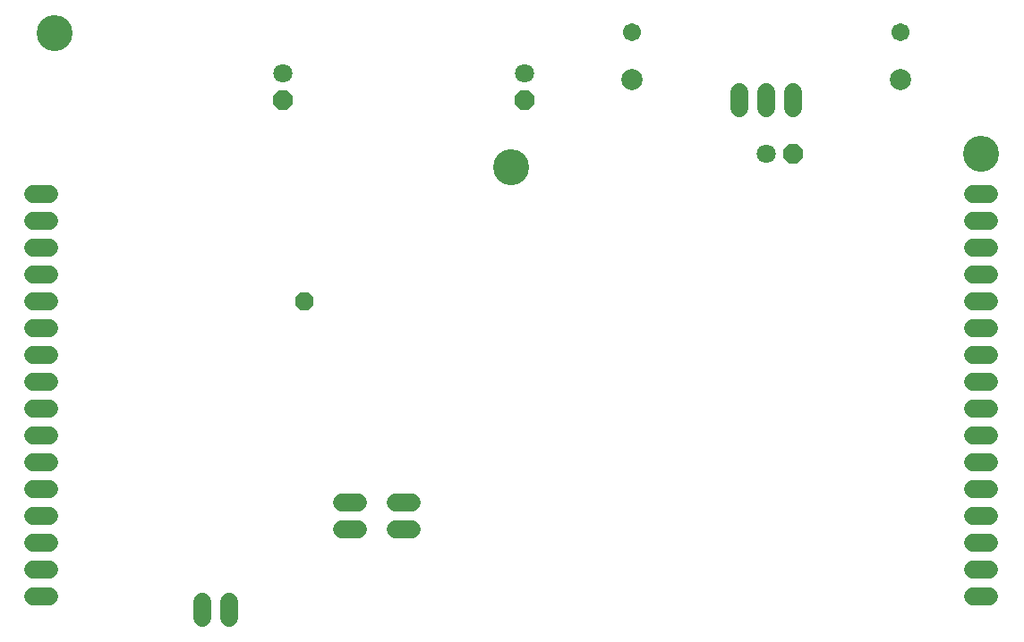
<source format=gbs>
G75*
%MOIN*%
%OFA0B0*%
%FSLAX25Y25*%
%IPPOS*%
%LPD*%
%AMOC8*
5,1,8,0,0,1.08239X$1,22.5*
%
%ADD10C,0.13398*%
%ADD11C,0.06800*%
%ADD12OC8,0.07100*%
%ADD13C,0.07100*%
%ADD14OC8,0.06800*%
%ADD15C,0.06706*%
%ADD16C,0.07887*%
D10*
X0186500Y0195067D03*
X0016500Y0245067D03*
X0361500Y0200067D03*
D11*
X0014500Y0035067D02*
X0008500Y0035067D01*
X0008500Y0045067D02*
X0014500Y0045067D01*
X0014500Y0055067D02*
X0008500Y0055067D01*
X0008500Y0065067D02*
X0014500Y0065067D01*
X0014500Y0075067D02*
X0008500Y0075067D01*
X0008500Y0085067D02*
X0014500Y0085067D01*
X0014500Y0095067D02*
X0008500Y0095067D01*
X0008500Y0105067D02*
X0014500Y0105067D01*
X0014500Y0115067D02*
X0008500Y0115067D01*
X0008500Y0125067D02*
X0014500Y0125067D01*
X0014500Y0135067D02*
X0008500Y0135067D01*
X0008500Y0145067D02*
X0014500Y0145067D01*
X0014500Y0155067D02*
X0008500Y0155067D01*
X0008500Y0165067D02*
X0014500Y0165067D01*
X0014500Y0175067D02*
X0008500Y0175067D01*
X0008500Y0185067D02*
X0014500Y0185067D01*
X0123500Y0070067D02*
X0129500Y0070067D01*
X0129500Y0060067D02*
X0123500Y0060067D01*
X0143500Y0060067D02*
X0149500Y0060067D01*
X0149500Y0070067D02*
X0143500Y0070067D01*
X0081500Y0033067D02*
X0081500Y0027067D01*
X0071500Y0027067D02*
X0071500Y0033067D01*
X0271500Y0217067D02*
X0271500Y0223067D01*
X0281500Y0223067D02*
X0281500Y0217067D01*
X0291500Y0217067D02*
X0291500Y0223067D01*
X0358500Y0185067D02*
X0364500Y0185067D01*
X0364500Y0175067D02*
X0358500Y0175067D01*
X0358500Y0165067D02*
X0364500Y0165067D01*
X0364500Y0155067D02*
X0358500Y0155067D01*
X0358500Y0145067D02*
X0364500Y0145067D01*
X0364500Y0135067D02*
X0358500Y0135067D01*
X0358500Y0125067D02*
X0364500Y0125067D01*
X0364500Y0115067D02*
X0358500Y0115067D01*
X0358500Y0105067D02*
X0364500Y0105067D01*
X0364500Y0095067D02*
X0358500Y0095067D01*
X0358500Y0085067D02*
X0364500Y0085067D01*
X0364500Y0075067D02*
X0358500Y0075067D01*
X0358500Y0065067D02*
X0364500Y0065067D01*
X0364500Y0055067D02*
X0358500Y0055067D01*
X0358500Y0045067D02*
X0364500Y0045067D01*
X0364500Y0035067D02*
X0358500Y0035067D01*
D12*
X0291500Y0200067D03*
X0191500Y0220067D03*
X0101500Y0220067D03*
D13*
X0101500Y0230067D03*
X0191500Y0230067D03*
X0281500Y0200067D03*
D14*
X0109500Y0145067D03*
D15*
X0231500Y0245382D03*
X0331500Y0245382D03*
D16*
X0331500Y0227666D03*
X0231500Y0227666D03*
M02*

</source>
